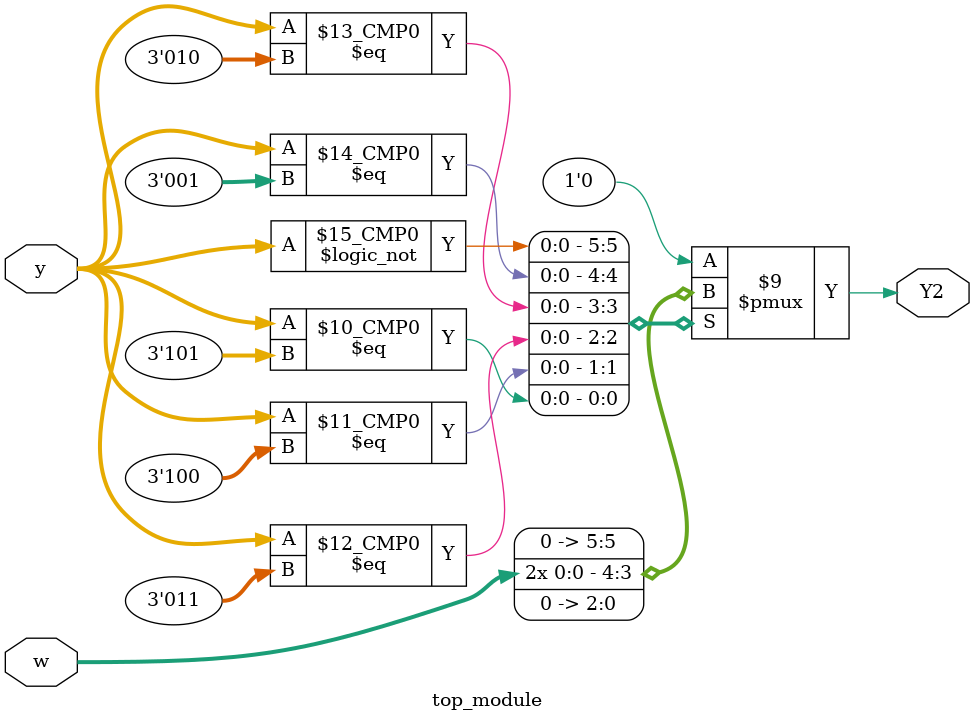
<source format=sv>
module top_module(
    input [3:1] y,
    input w,
    output reg Y2);

    always @(*) begin
        case (y)
            3'b000: Y2 = (w & 1'b0); // A -> A
            3'b001: Y2 = (w & 1'b1); // B -> C
            3'b010: Y2 = (w & 1'b1); // C -> E
            3'b011: Y2 = (w & 1'b0); // D -> F
            3'b100: Y2 = (w & 1'b0); // E -> E
            3'b101: Y2 = (w & 1'b0); // F -> C (Change here)
            default: Y2 = 1'b0; // Default
        endcase
    end

endmodule

</source>
